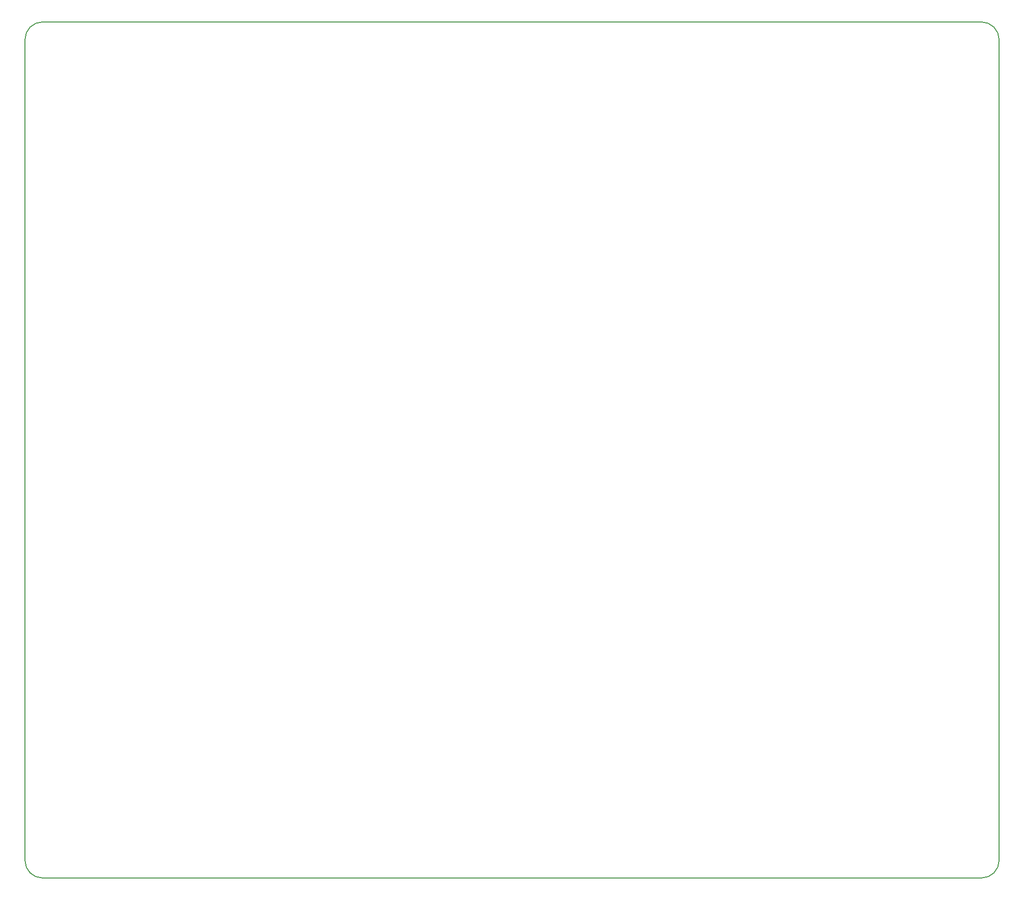
<source format=gm1>
%FSLAX44Y44*%
%MOMM*%
G71*
G01*
G75*
G04 Layer_Color=16711935*
%ADD10R,0.8890X0.9652*%
%ADD11R,0.8000X0.9000*%
%ADD12R,1.0160X0.9400*%
%ADD13R,1.0160X0.9398*%
%ADD14R,0.9400X1.0160*%
%ADD15R,0.9398X1.0160*%
%ADD16R,0.9652X0.8890*%
%ADD17R,2.2000X0.3600*%
%ADD18R,3.0000X1.0000*%
%ADD19C,0.2000*%
%ADD20C,0.2032*%
%ADD21C,0.2540*%
%ADD22C,1.5240*%
%ADD23C,0.5080*%
%ADD24O,1.0160X1.6510*%
%ADD25O,1.4000X3.8000*%
%ADD26O,3.8000X1.4000*%
%ADD27C,1.5240*%
%ADD28R,1.5240X1.5240*%
%ADD29C,1.7780*%
%ADD30C,1.2700*%
%ADD31R,1.2700X1.2700*%
%ADD32C,4.0000*%
%ADD33C,5.0000*%
%ADD34C,0.4000*%
%ADD35C,0.3810*%
%ADD36C,2.0000*%
%ADD37C,0.6350*%
%ADD38C,0.3810*%
%ADD39C,0.1270*%
%ADD40C,0.1524*%
%ADD41C,0.1500*%
%ADD42C,0.2286*%
%ADD43R,1.0922X1.1684*%
%ADD44R,1.0032X1.1032*%
%ADD45R,1.2192X1.1432*%
%ADD46R,1.2192X1.1430*%
%ADD47R,1.1432X1.2192*%
%ADD48R,1.1430X1.2192*%
%ADD49R,1.1684X1.0922*%
%ADD50R,2.4032X0.5632*%
%ADD51R,3.2032X1.2032*%
%ADD52O,1.2192X1.8542*%
%ADD53O,1.6032X4.0032*%
%ADD54O,4.0032X1.6032*%
%ADD55C,1.7272*%
%ADD56R,1.7272X1.7272*%
%ADD57C,1.9812*%
%ADD58C,1.4732*%
%ADD59R,1.4732X1.4732*%
%ADD60C,4.2032*%
%ADD61C,5.2032*%
%ADD62C,0.6032*%
%ADD63C,0.5842*%
D20*
X-1076960Y-1325880D02*
G03*
X-1046480Y-1356360I30480J0D01*
G01*
X579120D02*
G03*
X609600Y-1325880I0J30480D01*
G01*
Y96520D02*
G03*
X579120Y127000I-30480J0D01*
G01*
X-1046480D02*
G03*
X-1076960Y96520I0J-30480D01*
G01*
X-1046480Y127000D02*
X579120D01*
X-1076960Y-1325880D02*
Y96520D01*
X-1046480Y-1356360D02*
X579120D01*
X609600Y-1325880D02*
Y96520D01*
M02*

</source>
